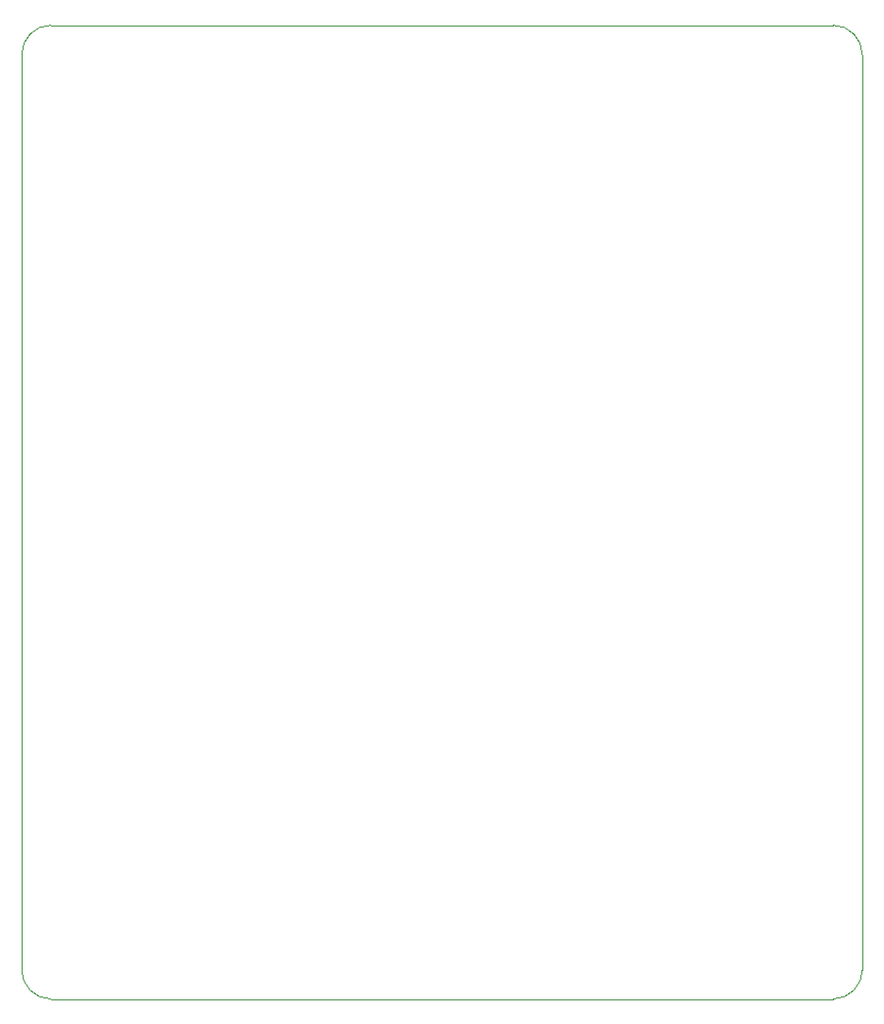
<source format=gbr>
%TF.GenerationSoftware,KiCad,Pcbnew,(6.0.5-0)*%
%TF.CreationDate,2022-06-27T06:58:04-05:00*%
%TF.ProjectId,Hydra Base,48796472-6120-4426-9173-652e6b696361,rev?*%
%TF.SameCoordinates,Original*%
%TF.FileFunction,Profile,NP*%
%FSLAX46Y46*%
G04 Gerber Fmt 4.6, Leading zero omitted, Abs format (unit mm)*
G04 Created by KiCad (PCBNEW (6.0.5-0)) date 2022-06-27 06:58:04*
%MOMM*%
%LPD*%
G01*
G04 APERTURE LIST*
%TA.AperFunction,Profile*%
%ADD10C,0.100000*%
%TD*%
G04 APERTURE END LIST*
D10*
X203200000Y-44450000D02*
X135890000Y-44450000D01*
X133350000Y-125730000D02*
X133350000Y-46990000D01*
X203200000Y-128270000D02*
X135890000Y-128270000D01*
X205740000Y-46990000D02*
X205740000Y-125730000D01*
X205740000Y-46990000D02*
G75*
G03*
X203200000Y-44450000I-2540000J0D01*
G01*
X135890000Y-44450000D02*
G75*
G03*
X133350000Y-46990000I0J-2540000D01*
G01*
X133350000Y-125730000D02*
G75*
G03*
X135890000Y-128270000I2540000J0D01*
G01*
X203200000Y-128270000D02*
G75*
G03*
X205740000Y-125730000I0J2540000D01*
G01*
M02*

</source>
